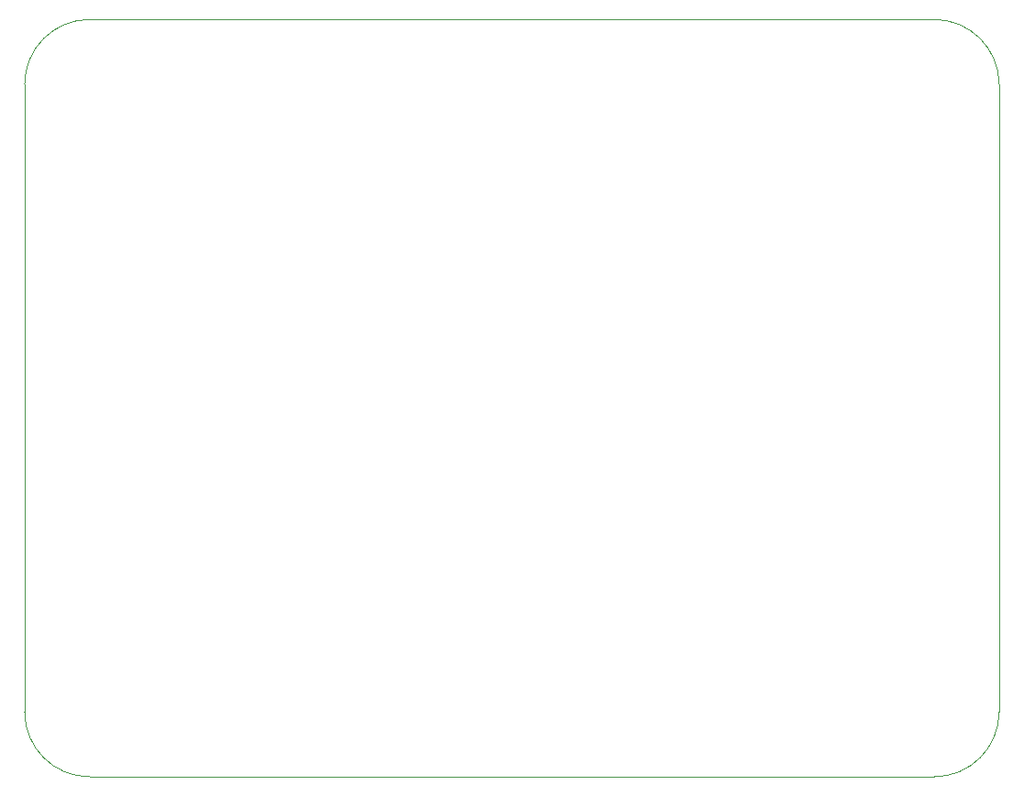
<source format=gbr>
%TF.GenerationSoftware,KiCad,Pcbnew,8.0.1*%
%TF.CreationDate,2024-03-16T09:29:39+01:00*%
%TF.ProjectId,pcb723,70636237-3233-42e6-9b69-6361645f7063,rev?*%
%TF.SameCoordinates,PX55d4a80PY68e7780*%
%TF.FileFunction,Profile,NP*%
%FSLAX46Y46*%
G04 Gerber Fmt 4.6, Leading zero omitted, Abs format (unit mm)*
G04 Created by KiCad (PCBNEW 8.0.1) date 2024-03-16 09:29:39*
%MOMM*%
%LPD*%
G01*
G04 APERTURE LIST*
%TA.AperFunction,Profile*%
%ADD10C,0.050000*%
%TD*%
G04 APERTURE END LIST*
D10*
X90000000Y6000000D02*
X90000000Y64000000D01*
X6000000Y0D02*
X84000000Y0D01*
X84000000Y70000000D02*
X6000000Y70000000D01*
X0Y64000000D02*
X0Y6000000D01*
X0Y64000000D02*
G75*
G02*
X6000000Y70000000I6000000J0D01*
G01*
X90000000Y6000000D02*
G75*
G02*
X84000000Y0I-6000000J0D01*
G01*
X6000000Y0D02*
G75*
G02*
X0Y6000000I0J6000000D01*
G01*
X84000000Y70000000D02*
G75*
G02*
X90000000Y64000000I0J-6000000D01*
G01*
M02*

</source>
